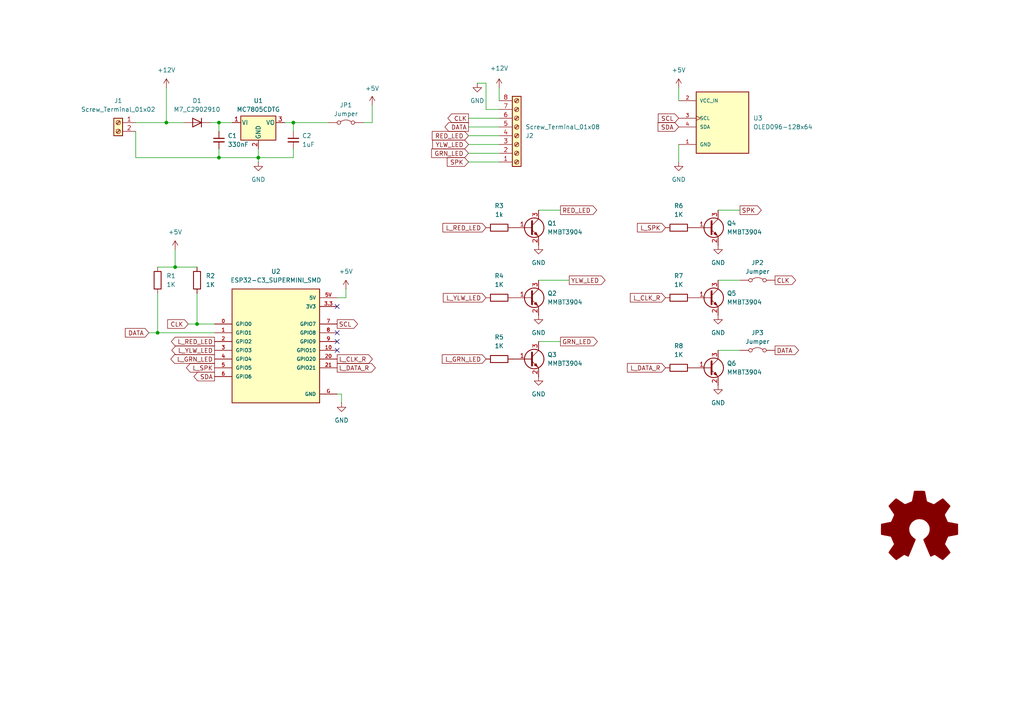
<source format=kicad_sch>
(kicad_sch (version 20250114) (generator "eeschema") (generator_version "9.0")
  (paper "A4")
  (title_block (title "Paxtogeddon reader pcb") (date "2025-03-12") (rev "1.2") (company "en4rab"))
  (lib_symbols
    (symbol "Connector:Screw_Terminal_01x02" (pin_names (offset 1.016) (hide yes))
      (property "Reference" "J" (at 0 2.54 0))
      (property "Value" "Screw_Terminal_01x02" (at 0 -5.08 0))
      (symbol "Screw_Terminal_01x02_1_1"
        (rectangle (start -1.27 1.27) (end 1.27 -3.81) (stroke (width 0.254)) (fill (type background)))
        (polyline (pts (xy -0.5334 0.3302) (xy 0.3302 -0.508)) (stroke (width 0.1524)))
        (polyline (pts (xy -0.5334 -2.2098) (xy 0.3302 -3.048)) (stroke (width 0.1524)))
        (polyline (pts (xy -0.3556 0.508) (xy 0.508 -0.3302)) (stroke (width 0.1524)))
        (polyline (pts (xy -0.3556 -2.032) (xy 0.508 -2.8702)) (stroke (width 0.1524)))
        (circle (center 0 0) (radius 0.635) (stroke (width 0.1524)))
        (circle (center 0 -2.54) (radius 0.635) (stroke (width 0.1524)))
        (pin passive line (at -5.08 0 0) (length 3.81) (name "Pin_1") (number "1"))
        (pin passive line (at -5.08 -2.54 0) (length 3.81) (name "Pin_2") (number "2"))
      )
    )
    (symbol "Connector:Screw_Terminal_01x08" (pin_names (offset 1.016) (hide yes))
      (property "Reference" "J" (at 0 10.16 0))
      (property "Value" "Screw_Terminal_01x08" (at 0 -12.7 0))
      (symbol "Screw_Terminal_01x08_1_1"
        (rectangle (start -1.27 8.89) (end 1.27 -11.43) (stroke (width 0.254)) (fill (type background)))
        (polyline (pts (xy -0.5334 7.9502) (xy 0.3302 7.112)) (stroke (width 0.1524)))
        (polyline (pts (xy -0.5334 5.4102) (xy 0.3302 4.572)) (stroke (width 0.1524)))
        (polyline (pts (xy -0.5334 2.8702) (xy 0.3302 2.032)) (stroke (width 0.1524)))
        (polyline (pts (xy -0.5334 0.3302) (xy 0.3302 -0.508)) (stroke (width 0.1524)))
        (polyline (pts (xy -0.5334 -2.2098) (xy 0.3302 -3.048)) (stroke (width 0.1524)))
        (polyline (pts (xy -0.5334 -4.7498) (xy 0.3302 -5.588)) (stroke (width 0.1524)))
        (polyline (pts (xy -0.5334 -7.2898) (xy 0.3302 -8.128)) (stroke (width 0.1524)))
        (polyline (pts (xy -0.5334 -9.8298) (xy 0.3302 -10.668)) (stroke (width 0.1524)))
        (polyline (pts (xy -0.3556 8.128) (xy 0.508 7.2898)) (stroke (width 0.1524)))
        (polyline (pts (xy -0.3556 5.588) (xy 0.508 4.7498)) (stroke (width 0.1524)))
        (polyline (pts (xy -0.3556 3.048) (xy 0.508 2.2098)) (stroke (width 0.1524)))
        (polyline (pts (xy -0.3556 0.508) (xy 0.508 -0.3302)) (stroke (width 0.1524)))
        (polyline (pts (xy -0.3556 -2.032) (xy 0.508 -2.8702)) (stroke (width 0.1524)))
        (polyline (pts (xy -0.3556 -4.572) (xy 0.508 -5.4102)) (stroke (width 0.1524)))
        (polyline (pts (xy -0.3556 -7.112) (xy 0.508 -7.9502)) (stroke (width 0.1524)))
        (polyline (pts (xy -0.3556 -9.652) (xy 0.508 -10.4902)) (stroke (width 0.1524)))
        (circle (center 0 7.62) (radius 0.635) (stroke (width 0.1524)))
        (circle (center 0 5.08) (radius 0.635) (stroke (width 0.1524)))
        (circle (center 0 2.54) (radius 0.635) (stroke (width 0.1524)))
        (circle (center 0 0) (radius 0.635) (stroke (width 0.1524)))
        (circle (center 0 -2.54) (radius 0.635) (stroke (width 0.1524)))
        (circle (center 0 -5.08) (radius 0.635) (stroke (width 0.1524)))
        (circle (center 0 -7.62) (radius 0.635) (stroke (width 0.1524)))
        (circle (center 0 -10.16) (radius 0.635) (stroke (width 0.1524)))
        (pin passive line (at -5.08 7.62 0) (length 3.81) (name "Pin_1") (number "1"))
        (pin passive line (at -5.08 5.08 0) (length 3.81) (name "Pin_2") (number "2"))
        (pin passive line (at -5.08 2.54 0) (length 3.81) (name "Pin_3") (number "3"))
        (pin passive line (at -5.08 0 0) (length 3.81) (name "Pin_4") (number "4"))
        (pin passive line (at -5.08 -2.54 0) (length 3.81) (name "Pin_5") (number "5"))
        (pin passive line (at -5.08 -5.08 0) (length 3.81) (name "Pin_6") (number "6"))
        (pin passive line (at -5.08 -7.62 0) (length 3.81) (name "Pin_7") (number "7"))
        (pin passive line (at -5.08 -10.16 0) (length 3.81) (name "Pin_8") (number "8"))
      )
    )
    (symbol "Device:C_Small" (pin_numbers (hide yes)) (pin_names (offset 0.254) (hide yes))
      (property "Reference" "C" (at 0.254 1.778 0))
      (property "Value" "C_Small" (at 0.254 -2.032 0))
      (symbol "C_Small_0_1"
        (polyline (pts (xy -1.524 0.508) (xy 1.524 0.508)) (stroke (width 0.3048)))
        (polyline (pts (xy -1.524 -0.508) (xy 1.524 -0.508)) (stroke (width 0.3302)))
      )
      (symbol "C_Small_1_1"
        (pin passive line (at 0 2.54 270) (length 2.032) (name "~") (number "1"))
        (pin passive line (at 0 -2.54 90) (length 2.032) (name "~") (number "2"))
      )
    )
    (symbol "Device:D" (pin_numbers (hide yes)) (pin_names (offset 1.016) (hide yes))
      (property "Reference" "D" (at 0 2.54 0))
      (property "Value" "D" (at 0 -2.54 0))
      (symbol "D_0_1"
        (polyline (pts (xy -1.27 1.27) (xy -1.27 -1.27)) (stroke (width 0.254)))
        (polyline (pts (xy 1.27 1.27) (xy 1.27 -1.27) (xy -1.27 0) (xy 1.27 1.27)) (stroke (width 0.254)))
        (polyline (pts (xy 1.27 0) (xy -1.27 0)))
      )
      (symbol "D_1_1"
        (pin passive line (at -3.81 0 0) (length 2.54) (name "K") (number "1"))
        (pin passive line (at 3.81 0 180) (length 2.54) (name "A") (number "2"))
      )
    )
    (symbol "Device:R" (pin_numbers (hide yes)) (pin_names (offset 0))
      (property "Reference" "R" (at 2.032 0 90))
      (property "Value" "R" (at 0 0 90))
      (symbol "R_0_1"
        (rectangle (start -1.016 -2.54) (end 1.016 2.54) (stroke (width 0.254)))
      )
      (symbol "R_1_1"
        (pin passive line (at 0 3.81 270) (length 1.27) (name "~") (number "1"))
        (pin passive line (at 0 -3.81 90) (length 1.27) (name "~") (number "2"))
      )
    )
    (symbol "ER-OLED096-I2C:ER-OLED096-I2C" (pin_names (offset 1.016))
      (property "Reference" "U" (at -7.62 10.922 0))
      (property "Value" "ER-OLED096-I2C" (at -7.62 -10.16 0))
      (symbol "ER-OLED096-I2C_0_0"
        (rectangle (start -7.62 10.16) (end 7.62 -7.62) (stroke (width 0.254)) (fill (type background)))
        (pin power_in line (at 12.7 7.62 180) (length 5.08) (name "VCC_IN") (number "2"))
        (pin input clock (at 12.7 2.54 180) (length 5.08) (name "SCL") (number "3"))
        (pin bidirectional line (at 12.7 0 180) (length 5.08) (name "SDA") (number "4"))
        (pin power_in line (at 12.7 -5.08 180) (length 5.08) (name "GND") (number "1"))
      )
      (symbol "ER-OLED096-I2C_1_1"
        (pin no_connect line (at -7.62 7.62 180) (length 2.54) (hide yes) (name "S1") (number "S1"))
        (pin no_connect line (at -7.62 6.35 180) (length 2.54) (hide yes) (name "S2") (number "S2"))
        (pin no_connect line (at -7.62 5.08 180) (length 2.54) (hide yes) (name "S3") (number "S3"))
        (pin no_connect line (at -7.62 3.81 180) (length 2.54) (hide yes) (name "S4") (number "S4"))
      )
    )
    (symbol "ESP32-C3_SUPERMINI_SMD:ESP32-C3_SUPERMINI_SMD" (pin_names (offset 1.016))
      (property "Reference" "U" (at -12.7 16.002 0))
      (property "Value" "ESP32-C3_SUPERMINI_SMD" (at -12.7 -20.32 0))
      (symbol "ESP32-C3_SUPERMINI_SMD_0_0"
        (rectangle (start -12.7 -17.78) (end 12.7 15.24) (stroke (width 0.254)) (fill (type background)))
        (pin bidirectional line (at -17.78 5.08 0) (length 5.08) (name "GPIO0") (number "0"))
        (pin bidirectional line (at -17.78 2.54 0) (length 5.08) (name "GPIO1") (number "1"))
        (pin bidirectional line (at -17.78 0 0) (length 5.08) (name "GPIO2") (number "2"))
        (pin bidirectional line (at -17.78 -2.54 0) (length 5.08) (name "GPIO3") (number "3"))
        (pin bidirectional line (at -17.78 -5.08 0) (length 5.08) (name "GPIO4") (number "4"))
        (pin bidirectional line (at -17.78 -7.62 0) (length 5.08) (name "GPIO5") (number "5"))
        (pin bidirectional line (at -17.78 -10.16 0) (length 5.08) (name "GPIO6") (number "6"))
        (pin power_in line (at 17.78 12.7 180) (length 5.08) (name "5V") (number "5V"))
        (pin power_in line (at 17.78 10.16 180) (length 5.08) (name "3V3") (number "3.3"))
        (pin bidirectional line (at 17.78 5.08 180) (length 5.08) (name "GPIO7") (number "7"))
        (pin bidirectional line (at 17.78 2.54 180) (length 5.08) (name "GPIO8") (number "8"))
        (pin bidirectional line (at 17.78 0 180) (length 5.08) (name "GPIO9") (number "9"))
        (pin bidirectional line (at 17.78 -2.54 180) (length 5.08) (name "GPIO10") (number "10"))
        (pin bidirectional line (at 17.78 -5.08 180) (length 5.08) (name "GPIO20") (number "20"))
        (pin bidirectional line (at 17.78 -7.62 180) (length 5.08) (name "GPIO21") (number "21"))
        (pin power_in line (at 17.78 -15.24 180) (length 5.08) (name "GND") (number "G"))
      )
    )
    (symbol "Graphic:Logo_Open_Hardware_Large" (in_bom no) (on_board no)
      (symbol "Logo_Open_Hardware_Large_1_1"
        (polyline (pts (xy 6.731 -8.7122) (xy 6.6294 -8.6614) (xy 6.35 -8.4836) (xy 5.9944 -8.255) (xy 5.5372 -7.9502) (xy 5.1054 -7.6454) (xy 4.7498 -7.4168) (xy 4.4958 -7.239) (xy 4.3942 -7.1882) (xy 4.318 -7.2136) (xy 4.1148 -7.3152) (xy 3.81 -7.4676) (xy 3.6322 -7.5692) (xy 3.3528 -7.6708) (xy 3.2258 -7.6962) (xy 3.2004 -7.6708) (xy 3.0988 -7.4676) (xy 2.9464 -7.0866) (xy 2.7178 -6.604) (xy 2.4892 -6.0452) (xy 2.2352 -5.4356) (xy 1.9558 -4.826) (xy 1.7272 -4.2164) (xy 1.4986 -3.683) (xy 1.3208 -3.2512) (xy 1.2192 -2.9464) (xy 1.1684 -2.8194) (xy 1.1938 -2.794) (xy 1.3208 -2.667) (xy 1.5748 -2.4892) (xy 2.0828 -2.0574) (xy 2.6162 -1.397) (xy 2.921 -0.6604) (xy 3.048 0.1524) (xy 2.9464 0.9144) (xy 2.6416 1.6256) (xy 2.1336 2.286) (xy 1.524 2.7686) (xy 0.8128 3.0734) (xy 0 3.175) (xy -0.762 3.0988) (xy -1.4986 2.794) (xy -2.159 2.286) (xy -2.4384 1.9812) (xy -2.8194 1.3208) (xy -3.048 0.6096) (xy -3.0734 0.4318) (xy -3.0226 -0.3556) (xy -2.794 -1.0922) (xy -2.3876 -1.7526) (xy -1.8288 -2.3114) (xy -1.7526 -2.3622) (xy -1.4732 -2.5654) (xy -1.2954 -2.6924) (xy -1.1684 -2.8194) (xy -2.159 -5.207) (xy -2.3114 -5.588) (xy -2.5908 -6.2484) (xy -2.8194 -6.8072) (xy -3.0226 -7.2644) (xy -3.1496 -7.5692) (xy -3.2258 -7.6708) (xy -3.2258 -7.6962) (xy -3.302 -7.6962) (xy -3.4798 -7.6454) (xy -3.8354 -7.4676) (xy -4.0386 -7.366) (xy -4.2926 -7.239) (xy -4.4196 -7.1882) (xy -4.5212 -7.239) (xy -4.7498 -7.3914) (xy -5.1054 -7.6454) (xy -5.5372 -7.9248) (xy -5.9436 -8.2042) (xy -6.3246 -8.4582) (xy -6.604 -8.636) (xy -6.731 -8.7122) (xy -6.7564 -8.7122) (xy -6.858 -8.636) (xy -7.0866 -8.4582) (xy -7.4168 -8.1534) (xy -7.874 -7.6962) (xy -7.9502 -7.62) (xy -8.3312 -7.239) (xy -8.636 -6.9088) (xy -8.8392 -6.6802) (xy -8.9154 -6.5786) (xy -8.9154 -6.5786) (xy -8.8392 -6.4516) (xy -8.6614 -6.1722) (xy -8.4328 -5.7912) (xy -8.128 -5.3594) (xy -7.3152 -4.191) (xy -7.7724 -3.0988) (xy -7.8994 -2.7686) (xy -8.0772 -2.3622) (xy -8.2042 -2.0828) (xy -8.255 -1.9558) (xy -8.382 -1.905) (xy -8.6614 -1.8542) (xy -9.0932 -1.7526) (xy -9.6266 -1.651) (xy -10.1092 -1.5748) (xy -10.541 -1.4732) (xy -10.8712 -1.4224) (xy -11.0236 -1.397) (xy -11.049 -1.3716) (xy -11.0744 -1.2954) (xy -11.0998 -1.143) (xy -11.0998 -0.889) (xy -11.1252 -0.4572) (xy -11.1252 0.1524) (xy -11.1252 0.2286) (xy -11.0998 0.8128) (xy -11.0998 1.27) (xy -11.0744 1.5494) (xy -11.0744 1.6764) (xy -11.0744 1.6764) (xy -10.922 1.7018) (xy -10.6172 1.778) (xy -10.16 1.8542) (xy -9.652 1.9558) (xy -9.6012 1.9812) (xy -9.0932 2.0828) (xy -8.636 2.159) (xy -8.3312 2.2352) (xy -8.2042 2.286) (xy -8.1788 2.3114) (xy -8.0772 2.5146) (xy -7.9248 2.8448) (xy -7.747 3.2512) (xy -7.5692 3.6576) (xy -7.4168 4.0386) (xy -7.3152 4.318) (xy -7.2898 4.445) (xy -7.2898 4.445) (xy -7.366 4.572) (xy -7.5438 4.826) (xy -7.7978 5.207) (xy -8.128 5.6642) (xy -8.128 5.6896) (xy -8.4328 6.1468) (xy -8.6868 6.5278) (xy -8.8392 6.7818) (xy -8.9154 6.9088) (xy -8.9154 6.9088) (xy -8.8138 7.0358) (xy -8.5852 7.2898) (xy -8.255 7.6454) (xy -7.874 8.0264) (xy -7.747 8.1534) (xy -7.3152 8.5852) (xy -7.0104 8.8646) (xy -6.8326 8.9916) (xy -6.731 9.0424) (xy -6.731 9.0424) (xy -6.604 8.9408) (xy -6.3246 8.763) (xy -5.9436 8.509) (xy -5.4864 8.2042) (xy -5.461 8.1788) (xy -5.0038 7.874) (xy -4.6482 7.62) (xy -4.3688 7.4422) (xy -4.2672 7.3914) (xy -4.2418 7.3914) (xy -4.064 7.4422) (xy -3.7338 7.5438) (xy -3.3528 7.6962) (xy -2.9464 7.874) (xy -2.5654 8.0264) (xy -2.286 8.1534) (xy -2.159 8.2296) (xy -2.159 8.2296) (xy -2.1082 8.382) (xy -2.032 8.7122) (xy -1.9304 9.1694) (xy -1.8288 9.7282) (xy -1.8034 9.8044) (xy -1.7018 10.3378) (xy -1.6256 10.7696) (xy -1.5748 11.0744) (xy -1.524 11.2014) (xy -1.4478 11.2268) (xy -1.1938 11.2522) (xy -0.8128 11.2522) (xy -0.3302 11.2522) (xy 0.1524 11.2522) (xy 0.6604 11.2522) (xy 1.0668 11.2268) (xy 1.3716 11.2014) (xy 1.4986 11.176) (xy 1.4986 11.176) (xy 1.5494 11.0236) (xy 1.6256 10.6934) (xy 1.7018 10.2108) (xy 1.8288 9.6774) (xy 1.8288 9.5758) (xy 1.9304 9.0424) (xy 2.032 8.6106) (xy 2.0828 8.3058) (xy 2.1336 8.2042) (xy 2.159 8.1788) (xy 2.3876 8.0772) (xy 2.7432 7.9248) (xy 3.175 7.747) (xy 4.191 7.3406) (xy 5.461 8.2042) (xy 5.5626 8.2804) (xy 6.0198 8.5852) (xy 6.3754 8.8392) (xy 6.6294 8.9916) (xy 6.7564 9.0424) (xy 6.7564 9.0424) (xy 6.8834 8.9408) (xy 7.1374 8.7122) (xy 7.4676 8.382) (xy 7.8486 7.9756) (xy 8.1534 7.6962) (xy 8.4836 7.3406) (xy 8.7122 7.112) (xy 8.8392 6.9596) (xy 8.8646 6.858) (xy 8.8646 6.8072) (xy 8.7884 6.6802) (xy 8.6106 6.4008) (xy 8.3312 6.0198) (xy 8.0264 5.588) (xy 7.7978 5.207) (xy 7.5184 4.8006) (xy 7.3406 4.4958) (xy 7.2898 4.3434) (xy 7.2898 4.2926) (xy 7.3914 4.0386) (xy 7.5184 3.683) (xy 7.7216 3.2258) (xy 8.1534 2.2352) (xy 8.7884 2.1082) (xy 9.1948 2.0574) (xy 9.7536 1.9304) (xy 10.2616 1.8288) (xy 11.0998 1.6764) (xy 11.1252 -1.3208) (xy 10.9982 -1.3716) (xy 10.8712 -1.397) (xy 10.5664 -1.4732) (xy 10.1346 -1.5494) (xy 9.6266 -1.651) (xy 9.1948 -1.7272) (xy 8.7376 -1.8288) (xy 8.4328 -1.8796) (xy 8.2804 -1.905) (xy 8.255 -1.9558) (xy 8.1534 -2.159) (xy 7.9756 -2.5146) (xy 7.8232 -2.921) (xy 7.6454 -3.3274) (xy 7.493 -3.7338) (xy 7.366 -4.0132) (xy 7.3406 -4.191) (xy 7.3914 -4.2926) (xy 7.5692 -4.5466) (xy 7.7978 -4.9276) (xy 8.1026 -5.3594) (xy 8.4074 -5.7912) (xy 8.6614 -6.1722) (xy 8.8138 -6.4262) (xy 8.89 -6.5532) (xy 8.8646 -6.6548) (xy 8.6868 -6.858) (xy 8.3566 -7.1882) (xy 7.874 -7.6708) (xy 7.7978 -7.747) (xy 7.3914 -8.128) (xy 7.0612 -8.4328) (xy 6.8326 -8.636) (xy 6.731 -8.7122)) (fill (type outline)))
      )
    )
    (symbol "Jumper:Jumper_2_Bridged" (pin_numbers (hide yes)) (pin_names (offset 0) (hide yes)) (exclude_from_sim yes)
      (property "Reference" "JP" (at 0 1.905 0))
      (property "Value" "Jumper_2_Bridged" (at 0 -2.54 0))
      (symbol "Jumper_2_Bridged_0_0"
        (circle (center -2.032 0) (radius 0.508))
        (circle (center 2.032 0) (radius 0.508))
      )
      (symbol "Jumper_2_Bridged_0_1"
        (arc (start -1.524 0.254) (mid 0 0.762) (end 1.524 0.254))
      )
      (symbol "Jumper_2_Bridged_1_1"
        (pin passive line (at -5.08 0 0) (length 2.54) (name "A") (number "1"))
        (pin passive line (at 5.08 0 180) (length 2.54) (name "B") (number "2"))
      )
    )
    (symbol "Regulator_Linear:LM7805_TO220" (pin_names (offset 0.254))
      (property "Reference" "U" (at -3.81 3.175 0))
      (property "Value" "LM7805_TO220" (at 0 3.175 0))
      (symbol "LM7805_TO220_0_1"
        (rectangle (start -5.08 1.905) (end 5.08 -5.08) (stroke (width 0.254)) (fill (type background)))
      )
      (symbol "LM7805_TO220_1_1"
        (pin power_in line (at -7.62 0 0) (length 2.54) (name "VI") (number "1"))
        (pin power_in line (at 0 -7.62 90) (length 2.54) (name "GND") (number "2"))
        (pin power_out line (at 7.62 0 180) (length 2.54) (name "VO") (number "3"))
      )
    )
    (symbol "Transistor_BJT:MMBT3904" (pin_names (offset 0) (hide yes))
      (property "Reference" "Q" (at 5.08 1.905 0))
      (property "Value" "MMBT3904" (at 5.08 0 0))
      (symbol "MMBT3904_0_1"
        (polyline (pts (xy 0.635 1.905) (xy 0.635 -1.905) (xy 0.635 -1.905)) (stroke (width 0.508)))
        (polyline (pts (xy 0.635 0.635) (xy 2.54 2.54)))
        (polyline (pts (xy 0.635 -0.635) (xy 2.54 -2.54) (xy 2.54 -2.54)))
        (circle (center 1.27 0) (radius 2.8194) (stroke (width 0.254)))
        (polyline (pts (xy 1.27 -1.778) (xy 1.778 -1.27) (xy 2.286 -2.286) (xy 1.27 -1.778) (xy 1.27 -1.778)) (fill (type outline)))
      )
      (symbol "MMBT3904_1_1"
        (pin input line (at -5.08 0 0) (length 5.715) (name "B") (number "1"))
        (pin passive line (at 2.54 5.08 270) (length 2.54) (name "C") (number "3"))
        (pin passive line (at 2.54 -5.08 90) (length 2.54) (name "E") (number "2"))
      )
    )
    (symbol "power:+12V" (power) (pin_numbers (hide yes)) (pin_names (offset 0) (hide yes))
      (property "Value" "+12V" (at 0 3.556 0))
      (symbol "+12V_0_1"
        (polyline (pts (xy -0.762 1.27) (xy 0 2.54)))
        (polyline (pts (xy 0 2.54) (xy 0.762 1.27)))
        (polyline (pts (xy 0 0) (xy 0 2.54)))
      )
      (symbol "+12V_1_1"
        (pin power_in line (at 0 0 90) (length 0) (name "~") (number "1"))
      )
    )
    (symbol "power:+5V" (power) (pin_numbers (hide yes)) (pin_names (offset 0) (hide yes))
      (property "Value" "+5V" (at 0 3.556 0))
      (symbol "+5V_0_1"
        (polyline (pts (xy -0.762 1.27) (xy 0 2.54)))
        (polyline (pts (xy 0 2.54) (xy 0.762 1.27)))
        (polyline (pts (xy 0 0) (xy 0 2.54)))
      )
      (symbol "+5V_1_1"
        (pin power_in line (at 0 0 90) (length 0) (name "~") (number "1"))
      )
    )
    (symbol "power:GND" (power) (pin_numbers (hide yes)) (pin_names (offset 0) (hide yes))
      (property "Value" "GND" (at 0 -3.81 0))
      (symbol "GND_0_1"
        (polyline (pts (xy 0 0) (xy 0 -1.27) (xy 1.27 -1.27) (xy 0 -2.54) (xy -1.27 -1.27) (xy 0 -1.27)))
      )
      (symbol "GND_1_1"
        (pin power_in line (at 0 0 270) (length 0) (name "~") (number "1"))
      )
    )
  )
  (junction (at 57.15 93.98))
  (junction (at 48.26 35.56))
  (junction (at 74.93 45.72))
  (junction (at 50.8 77.47))
  (junction (at 85.09 35.56))
  (junction (at 63.5 35.56))
  (junction (at 45.72 96.52))
  (junction (at 63.5 45.72))
  (no_connect (at 97.79 88.9))
  (no_connect (at 97.79 99.06))
  (no_connect (at 97.79 101.6))
  (no_connect (at 97.79 96.52))
  (wire (pts (xy 74.93 45.72) (xy 85.09 45.72)))
  (wire (pts (xy 45.72 96.52) (xy 62.23 96.52)))
  (wire (pts (xy 63.5 45.72) (xy 74.93 45.72)))
  (wire (pts (xy 100.33 83.82) (xy 100.33 86.36)))
  (wire (pts (xy 74.93 45.72) (xy 74.93 43.18)))
  (wire (pts (xy 85.09 43.18) (xy 85.09 45.72)))
  (wire (pts (xy 135.89 36.83) (xy 144.78 36.83)))
  (wire (pts (xy 162.56 99.06) (xy 156.21 99.06)))
  (wire (pts (xy 107.95 35.56) (xy 107.95 30.48)))
  (wire (pts (xy 43.18 96.52) (xy 45.72 96.52)))
  (wire (pts (xy 135.89 46.99) (xy 144.78 46.99)))
  (wire (pts (xy 57.15 93.98) (xy 62.23 93.98)))
  (wire (pts (xy 45.72 85.09) (xy 45.72 96.52)))
  (wire (pts (xy 196.85 25.4) (xy 196.85 29.21)))
  (wire (pts (xy 214.63 60.96) (xy 208.28 60.96)))
  (wire (pts (xy 135.89 44.45) (xy 144.78 44.45)))
  (wire (pts (xy 138.43 24.13) (xy 140.97 24.13)))
  (wire (pts (xy 162.56 60.96) (xy 156.21 60.96)))
  (wire (pts (xy 135.89 34.29) (xy 144.78 34.29)))
  (wire (pts (xy 57.15 85.09) (xy 57.15 93.98)))
  (wire (pts (xy 140.97 31.75) (xy 140.97 24.13)))
  (wire (pts (xy 48.26 35.56) (xy 53.34 35.56)))
  (wire (pts (xy 74.93 46.99) (xy 74.93 45.72)))
  (wire (pts (xy 99.06 114.3) (xy 99.06 116.84)))
  (wire (pts (xy 85.09 38.1) (xy 85.09 35.56)))
  (wire (pts (xy 105.41 35.56) (xy 107.95 35.56)))
  (wire (pts (xy 135.89 41.91) (xy 144.78 41.91)))
  (wire (pts (xy 63.5 38.1) (xy 63.5 35.56)))
  (wire (pts (xy 135.89 39.37) (xy 144.78 39.37)))
  (wire (pts (xy 50.8 77.47) (xy 57.15 77.47)))
  (wire (pts (xy 60.96 35.56) (xy 63.5 35.56)))
  (wire (pts (xy 82.55 35.56) (xy 85.09 35.56)))
  (wire (pts (xy 48.26 25.4) (xy 48.26 35.56)))
  (wire (pts (xy 39.37 38.1) (xy 39.37 45.72)))
  (wire (pts (xy 63.5 35.56) (xy 67.31 35.56)))
  (wire (pts (xy 45.72 77.47) (xy 50.8 77.47)))
  (wire (pts (xy 214.63 81.28) (xy 208.28 81.28)))
  (wire (pts (xy 214.63 101.6) (xy 208.28 101.6)))
  (wire (pts (xy 54.61 93.98) (xy 57.15 93.98)))
  (wire (pts (xy 97.79 86.36) (xy 100.33 86.36)))
  (wire (pts (xy 97.79 114.3) (xy 99.06 114.3)))
  (wire (pts (xy 85.09 35.56) (xy 95.25 35.56)))
  (wire (pts (xy 39.37 35.56) (xy 48.26 35.56)))
  (wire (pts (xy 50.8 72.39) (xy 50.8 77.47)))
  (wire (pts (xy 144.78 25.4) (xy 144.78 29.21)))
  (wire (pts (xy 63.5 43.18) (xy 63.5 45.72)))
  (wire (pts (xy 165.1 81.28) (xy 156.21 81.28)))
  (wire (pts (xy 39.37 45.72) (xy 63.5 45.72)))
  (wire (pts (xy 196.85 46.99) (xy 196.85 41.91)))
  (wire (pts (xy 144.78 31.75) (xy 140.97 31.75)))
  (global_label "CLK" (shape output) (at 135.89 34.29 180) (property "Intersheetrefs" "${INTERSHEET_REFS}" (effects (hide yes))))
  (global_label "CLK" (shape output) (at 224.79 81.28 0) (property "Intersheetrefs" "${INTERSHEET_REFS}" (effects (hide yes))))
  (global_label "L_CLK_R" (shape input) (at 193.04 86.36 180) (property "Intersheetrefs" "${INTERSHEET_REFS}" (effects (hide yes))))
  (global_label "L_GRN_LED" (shape input) (at 140.97 104.14 180) (property "Intersheetrefs" "${INTERSHEET_REFS}" (effects (hide yes))))
  (global_label "SPK" (shape output) (at 214.63 60.96 0) (property "Intersheetrefs" "${INTERSHEET_REFS}" (effects (hide yes))))
  (global_label "L_YLW_LED" (shape input) (at 140.97 86.36 180) (property "Intersheetrefs" "${INTERSHEET_REFS}" (effects (hide yes))))
  (global_label "SCL" (shape output) (at 97.79 93.98 0) (property "Intersheetrefs" "${INTERSHEET_REFS}" (effects (hide yes))))
  (global_label "GRN_LED" (shape input) (at 135.89 44.45 180) (property "Intersheetrefs" "${INTERSHEET_REFS}" (effects (hide yes))))
  (global_label "GRN_LED" (shape output) (at 162.56 99.06 0) (property "Intersheetrefs" "${INTERSHEET_REFS}" (effects (hide yes))))
  (global_label "SPK" (shape input) (at 135.89 46.99 180) (property "Intersheetrefs" "${INTERSHEET_REFS}" (effects (hide yes))))
  (global_label "RED_LED" (shape output) (at 162.56 60.96 0) (property "Intersheetrefs" "${INTERSHEET_REFS}" (effects (hide yes))))
  (global_label "RED_LED" (shape input) (at 135.89 39.37 180) (property "Intersheetrefs" "${INTERSHEET_REFS}" (effects (hide yes))))
  (global_label "YLW_LED" (shape output) (at 165.1 81.28 0) (property "Intersheetrefs" "${INTERSHEET_REFS}" (effects (hide yes))))
  (global_label "SDA" (shape input) (at 196.85 36.83 180) (property "Intersheetrefs" "${INTERSHEET_REFS}" (effects (hide yes))))
  (global_label "L_SPK" (shape input) (at 193.04 66.04 180) (property "Intersheetrefs" "${INTERSHEET_REFS}" (effects (hide yes))))
  (global_label "SDA" (shape output) (at 62.23 109.22 180) (property "Intersheetrefs" "${INTERSHEET_REFS}" (effects (hide yes))))
  (global_label "DATA" (shape output) (at 224.79 101.6 0) (property "Intersheetrefs" "${INTERSHEET_REFS}" (effects (hide yes))))
  (global_label "DATA" (shape input) (at 43.18 96.52 180) (property "Intersheetrefs" "${INTERSHEET_REFS}" (effects (hide yes))))
  (global_label "L_RED_LED" (shape output) (at 62.23 99.06 180) (property "Intersheetrefs" "${INTERSHEET_REFS}" (effects (hide yes))))
  (global_label "L_SPK" (shape output) (at 62.23 106.68 180) (property "Intersheetrefs" "${INTERSHEET_REFS}" (effects (hide yes))))
  (global_label "L_DATA_R" (shape input) (at 193.04 106.68 180) (property "Intersheetrefs" "${INTERSHEET_REFS}" (effects (hide yes))))
  (global_label "CLK" (shape input) (at 54.61 93.98 180) (property "Intersheetrefs" "${INTERSHEET_REFS}" (effects (hide yes))))
  (global_label "L_RED_LED" (shape input) (at 140.97 66.04 180) (property "Intersheetrefs" "${INTERSHEET_REFS}" (effects (hide yes))))
  (global_label "SCL" (shape input) (at 196.85 34.29 180) (property "Intersheetrefs" "${INTERSHEET_REFS}" (effects (hide yes))))
  (global_label "L_CLK_R" (shape output) (at 97.79 104.14 0) (property "Intersheetrefs" "${INTERSHEET_REFS}" (effects (hide yes))))
  (global_label "L_DATA_R" (shape output) (at 97.79 106.68 0) (property "Intersheetrefs" "${INTERSHEET_REFS}" (effects (hide yes))))
  (global_label "L_GRN_LED" (shape output) (at 62.23 104.14 180) (property "Intersheetrefs" "${INTERSHEET_REFS}" (effects (hide yes))))
  (global_label "DATA" (shape output) (at 135.89 36.83 180) (property "Intersheetrefs" "${INTERSHEET_REFS}" (effects (hide yes))))
  (global_label "L_YLW_LED" (shape output) (at 62.23 101.6 180) (property "Intersheetrefs" "${INTERSHEET_REFS}" (effects (hide yes))))
  (global_label "YLW_LED" (shape input) (at 135.89 41.91 180) (property "Intersheetrefs" "${INTERSHEET_REFS}" (effects (hide yes))))
  (symbol (lib_id "power:GND") (at 156.21 109.22 0) (unit 1)
    (property "Reference" "#PWR011" (effects (hide yes)))
    (property "Value" "GND" (at 156.21 114.3 0))
    (property "Description" "Power symbol creates a global label with name \"GND\" , ground" (effects (hide yes)))
  )
  (symbol (lib_id "Device:R") (at 45.72 81.28 0) (unit 1)
    (property "Reference" "R1" (at 48.26 80.0099 0) (effects (justify left)))
    (property "Value" "1K" (at 48.26 82.5499 0) (effects (justify left)))
    (property "Footprint" "Resistor_SMD:R_0805_2012Metric" (effects (hide yes)))
    (property "Description" "Resistor" (effects (hide yes)))
  )
  (symbol (lib_id "Graphic:Logo_Open_Hardware_Large") (at 266.7 153.67 0) (unit 1) (in_bom no) (on_board no)
    (property "Reference" "#SYM1" (effects (hide yes)))
    (property "Value" "Logo_Open_Hardware_Large" (effects (hide yes)))
    (property "Description" "Open Hardware logo, large" (effects (hide yes)))
  )
  (symbol (lib_id "Jumper:Jumper_2_Bridged") (at 219.71 81.28 0) (unit 1) (exclude_from_sim yes)
    (property "Reference" "JP2" (at 219.71 76.2 0))
    (property "Value" "Jumper" (at 219.71 78.74 0))
    (property "Footprint" "Connector_PinHeader_2.54mm:PinHeader_2x01_P2.54mm_Vertical" (effects (hide yes)))
    (property "Description" "Jumper, 2-pole, closed/bridged" (effects (hide yes)))
  )
  (symbol (lib_id "power:GND") (at 196.85 46.99 0) (unit 1)
    (property "Reference" "#PWR013" (effects (hide yes)))
    (property "Value" "GND" (at 196.85 52.07 0))
    (property "Description" "Power symbol creates a global label with name \"GND\" , ground" (effects (hide yes)))
  )
  (symbol (lib_id "Device:R") (at 144.78 104.14 90) (unit 1)
    (property "Reference" "R5" (at 144.78 97.79 90))
    (property "Value" "1K" (at 144.78 100.33 90))
    (property "Footprint" "Resistor_SMD:R_0805_2012Metric" (effects (hide yes)))
    (property "Description" "Resistor" (effects (hide yes)))
  )
  (symbol (lib_id "Device:R") (at 196.85 106.68 90) (unit 1)
    (property "Reference" "R8" (at 196.85 100.33 90))
    (property "Value" "1K" (at 196.85 102.87 90))
    (property "Footprint" "Resistor_SMD:R_0805_2012Metric" (effects (hide yes)))
    (property "Description" "Resistor" (effects (hide yes)))
  )
  (symbol (lib_id "Jumper:Jumper_2_Bridged") (at 100.33 35.56 0) (unit 1) (exclude_from_sim yes)
    (property "Reference" "JP1" (at 100.33 30.48 0))
    (property "Value" "Jumper" (at 100.33 33.02 0))
    (property "Footprint" "Connector_PinHeader_2.54mm:PinHeader_2x01_P2.54mm_Vertical" (effects (hide yes)))
    (property "Description" "Jumper, 2-pole, closed/bridged" (effects (hide yes)))
  )
  (symbol (lib_id "Device:R") (at 144.78 66.04 90) (unit 1)
    (property "Reference" "R3" (at 144.78 59.69 90))
    (property "Value" "1k" (at 144.78 62.23 90))
    (property "Footprint" "Resistor_SMD:R_0805_2012Metric" (effects (hide yes)))
    (property "Description" "Resistor" (effects (hide yes)))
  )
  (symbol (lib_id "power:GND") (at 138.43 24.13 0) (unit 1)
    (property "Reference" "#PWR07" (effects (hide yes)))
    (property "Value" "GND" (at 138.43 29.21 0))
    (property "Description" "Power symbol creates a global label with name \"GND\" , ground" (effects (hide yes)))
  )
  (symbol (lib_id "power:+5V") (at 50.8 72.39 0) (unit 1)
    (property "Reference" "#PWR01" (effects (hide yes)))
    (property "Value" "+5V" (at 50.8 67.31 0))
    (property "Description" "Power symbol creates a global label with name \"+5V\"" (effects (hide yes)))
  )
  (symbol (lib_id "power:+12V") (at 48.26 25.4 0) (unit 1)
    (property "Reference" "#PWR02" (effects (hide yes)))
    (property "Value" "+12V" (at 48.26 20.32 0))
    (property "Description" "Power symbol creates a global label with name \"+12V\"" (effects (hide yes)))
  )
  (symbol (lib_id "Transistor_BJT:MMBT3904") (at 205.74 106.68 0) (unit 1)
    (property "Reference" "Q6" (at 210.82 105.4099 0) (effects (justify left)))
    (property "Value" "MMBT3904" (at 210.82 107.9499 0) (effects (justify left)))
    (property "Footprint" "Package_TO_SOT_SMD:SOT-23" (effects (hide yes)))
    (property "Datasheet" "https://www.onsemi.com/pdf/datasheet/pzt3904-d.pdf" (effects (hide yes)))
    (property "Description" "0.2A Ic, 40V Vce, Small Signal NPN Transistor, SOT-23" (effects (hide yes)))
  )
  (symbol (lib_id "Transistor_BJT:MMBT3904") (at 205.74 66.04 0) (unit 1)
    (property "Reference" "Q4" (at 210.82 64.7699 0) (effects (justify left)))
    (property "Value" "MMBT3904" (at 210.82 67.3099 0) (effects (justify left)))
    (property "Footprint" "Package_TO_SOT_SMD:SOT-23" (effects (hide yes)))
    (property "Datasheet" "https://www.onsemi.com/pdf/datasheet/pzt3904-d.pdf" (effects (hide yes)))
    (property "Description" "0.2A Ic, 40V Vce, Small Signal NPN Transistor, SOT-23" (effects (hide yes)))
  )
  (symbol (lib_id "Transistor_BJT:MMBT3904") (at 205.74 86.36 0) (unit 1)
    (property "Reference" "Q5" (at 210.82 85.0899 0) (effects (justify left)))
    (property "Value" "MMBT3904" (at 210.82 87.6299 0) (effects (justify left)))
    (property "Footprint" "Package_TO_SOT_SMD:SOT-23" (effects (hide yes)))
    (property "Datasheet" "https://www.onsemi.com/pdf/datasheet/pzt3904-d.pdf" (effects (hide yes)))
    (property "Description" "0.2A Ic, 40V Vce, Small Signal NPN Transistor, SOT-23" (effects (hide yes)))
  )
  (symbol (lib_id "power:+5V") (at 107.95 30.48 0) (unit 1)
    (property "Reference" "#PWR06" (effects (hide yes)))
    (property "Value" "+5V" (at 107.95 25.654 0))
    (property "Description" "Power symbol creates a global label with name \"+5V\"" (effects (hide yes)))
  )
  (symbol (lib_id "Connector:Screw_Terminal_01x08") (at 149.86 39.37 0) (mirror x) (unit 1)
    (property "Reference" "J2" (at 152.4 39.3701 0) (effects (justify left)))
    (property "Value" "Screw_Terminal_01x08" (at 152.4 36.8301 0) (effects (justify left)))
    (property "Footprint" "TerminalBlock_Altech:Altech_AK100_1x08_P5.00mm" (effects (hide yes)))
    (property "Description" "Generic screw terminal, single row, 01x08, script generated (kicad-library-utils/schlib/autogen/connector/)" (effects (hide yes)))
  )
  (symbol (lib_id "Device:C_Small") (at 85.09 40.64 0) (unit 1)
    (property "Reference" "C2" (at 87.63 39.3762 0) (effects (justify left)))
    (property "Value" "1uF" (at 87.63 41.9162 0) (effects (justify left)))
    (property "Footprint" "Capacitor_SMD:C_0805_2012Metric_Pad1.18x1.45mm_HandSolder" (effects (hide yes)))
    (property "Description" "Unpolarized capacitor, small symbol" (effects (hide yes)))
  )
  (symbol (lib_id "Device:R") (at 144.78 86.36 90) (unit 1)
    (property "Reference" "R4" (at 144.78 80.01 90))
    (property "Value" "1K" (at 144.78 82.55 90))
    (property "Footprint" "Resistor_SMD:R_0805_2012Metric" (effects (hide yes)))
    (property "Description" "Resistor" (effects (hide yes)))
  )
  (symbol (lib_id "Device:R") (at 196.85 66.04 90) (unit 1)
    (property "Reference" "R6" (at 196.85 59.69 90))
    (property "Value" "1K" (at 196.85 62.23 90))
    (property "Footprint" "Resistor_SMD:R_0805_2012Metric" (effects (hide yes)))
    (property "Description" "Resistor" (effects (hide yes)))
  )
  (symbol (lib_id "power:+5V") (at 196.85 25.4 0) (unit 1)
    (property "Reference" "#PWR012" (effects (hide yes)))
    (property "Value" "+5V" (at 196.85 20.32 0))
    (property "Description" "Power symbol creates a global label with name \"+5V\"" (effects (hide yes)))
  )
  (symbol (lib_id "Device:R") (at 57.15 81.28 0) (unit 1)
    (property "Reference" "R2" (at 59.69 80.0099 0) (effects (justify left)))
    (property "Value" "1K" (at 59.69 82.5499 0) (effects (justify left)))
    (property "Footprint" "Resistor_SMD:R_0805_2012Metric" (effects (hide yes)))
    (property "Description" "Resistor" (effects (hide yes)))
  )
  (symbol (lib_id "Jumper:Jumper_2_Bridged") (at 219.71 101.6 0) (unit 1) (exclude_from_sim yes)
    (property "Reference" "JP3" (at 219.71 96.52 0))
    (property "Value" "Jumper" (at 219.71 99.06 0))
    (property "Footprint" "Connector_PinHeader_2.54mm:PinHeader_2x01_P2.54mm_Vertical" (effects (hide yes)))
    (property "Description" "Jumper, 2-pole, closed/bridged" (effects (hide yes)))
  )
  (symbol (lib_id "power:GND") (at 208.28 71.12 0) (unit 1)
    (property "Reference" "#PWR014" (effects (hide yes)))
    (property "Value" "GND" (at 208.28 76.2 0))
    (property "Description" "Power symbol creates a global label with name \"GND\" , ground" (effects (hide yes)))
  )
  (symbol (lib_id "power:GND") (at 208.28 111.76 0) (unit 1)
    (property "Reference" "#PWR016" (effects (hide yes)))
    (property "Value" "GND" (at 208.28 116.84 0))
    (property "Description" "Power symbol creates a global label with name \"GND\" , ground" (effects (hide yes)))
  )
  (symbol (lib_id "Connector:Screw_Terminal_01x02") (at 34.29 35.56 0) (mirror y) (unit 1)
    (property "Reference" "J1" (at 34.29 29.21 0))
    (property "Value" "Screw_Terminal_01x02" (at 34.29 31.75 0))
    (property "Footprint" "TerminalBlock_Altech:Altech_AK100_1x02_P5.00mm" (effects (hide yes)))
    (property "Description" "Generic screw terminal, single row, 01x02, script generated (kicad-library-utils/schlib/autogen/connector/)" (effects (hide yes)))
  )
  (symbol (lib_id "ER-OLED096-I2C:ER-OLED096-I2C") (at 209.55 36.83 0) (mirror y) (unit 1)
    (property "Reference" "U3" (at 218.44 34.2899 0) (effects (justify right)))
    (property "Value" "OLED096-128x64" (at 218.44 36.8299 0) (effects (justify right)))
    (property "Footprint" "paxtogeddon:MODULE_ER-OLED096-I2C" (effects (hide yes)))
    (property "Datasheet" "https://www.buydisplay.com/download/manual/ER-OLEDM0.96-1_Series_Datasheet.pdf" (effects (hide yes)))
    (property "Description" "0.96\" I2C OLED Display Panel (GND on pin 1)" (effects (hide yes)))
    (property "MF" "Display Module" (effects (hide yes)))
    (property "MAXIMUM_PACKAGE_HEIGHT" "11.3 mm" (effects (hide yes)))
    (property "Package" "Package" (effects (hide yes)))
    (property "Price" "None" (effects (hide yes)))
    (property "Check_prices" "https://www.snapeda.com/parts/DM-OLED096-636/Display+Module/view-part/?ref=eda" (effects (hide yes)))
    (property "STANDARD" "Manufacturer Recommendations" (effects (hide yes)))
    (property "PARTREV" "2018-09-10" (effects (hide yes)))
    (property "SnapEDA_Link" "https://www.snapeda.com/parts/DM-OLED096-636/Display+Module/view-part/?ref=snap" (effects (hide yes)))
    (property "MP" "DM-OLED096-636" (effects (hide yes)))
    (property "Description_1" "\n                        \n                            0.96” 128 X 64 MONOCHROME GRAPHIC OLED DISPLAY MODULE - I2C\n                        \n" (effects (hide yes)))
    (property "Availability" "Not in stock" (effects (hide yes)))
    (property "MANUFACTURER" "BuyDisplay" (effects (hide yes)))
  )
  (symbol (lib_id "Device:C_Small") (at 63.5 40.64 0) (unit 1)
    (property "Reference" "C1" (at 66.04 39.3762 0) (effects (justify left)))
    (property "Value" "330nF" (at 66.04 41.9162 0) (effects (justify left)))
    (property "Footprint" "Capacitor_SMD:C_0805_2012Metric_Pad1.18x1.45mm_HandSolder" (effects (hide yes)))
    (property "Description" "Unpolarized capacitor, small symbol" (effects (hide yes)))
  )
  (symbol (lib_id "power:GND") (at 208.28 91.44 0) (unit 1)
    (property "Reference" "#PWR015" (effects (hide yes)))
    (property "Value" "GND" (at 208.28 96.52 0))
    (property "Description" "Power symbol creates a global label with name \"GND\" , ground" (effects (hide yes)))
  )
  (symbol (lib_id "Regulator_Linear:LM7805_TO220") (at 74.93 35.56 0) (unit 1)
    (property "Reference" "U1" (at 74.93 29.21 0))
    (property "Value" "MC7805CDTG" (at 74.93 31.75 0))
    (property "Footprint" "Package_TO_SOT_SMD:TO-252-2" (effects (hide yes)))
    (property "Datasheet" "https://www.onsemi.com/download/data-sheet/pdf/mc7800-d.pdf" (effects (hide yes)))
    (property "Description" "Positive 1A 35V Linear Regulator, Fixed Output 5V, TO-220" (effects (hide yes)))
  )
  (symbol (lib_id "power:GND") (at 99.06 116.84 0) (unit 1)
    (property "Reference" "#PWR04" (effects (hide yes)))
    (property "Value" "GND" (at 99.06 121.92 0))
    (property "Description" "Power symbol creates a global label with name \"GND\" , ground" (effects (hide yes)))
  )
  (symbol (lib_id "Transistor_BJT:MMBT3904") (at 153.67 66.04 0) (unit 1)
    (property "Reference" "Q1" (at 158.75 64.7699 0) (effects (justify left)))
    (property "Value" "MMBT3904" (at 158.75 67.3099 0) (effects (justify left)))
    (property "Footprint" "Package_TO_SOT_SMD:SOT-23" (effects (hide yes)))
    (property "Datasheet" "https://www.onsemi.com/pdf/datasheet/pzt3904-d.pdf" (effects (hide yes)))
    (property "Description" "0.2A Ic, 40V Vce, Small Signal NPN Transistor, SOT-23" (effects (hide yes)))
  )
  (symbol (lib_id "power:GND") (at 156.21 91.44 0) (unit 1)
    (property "Reference" "#PWR010" (effects (hide yes)))
    (property "Value" "GND" (at 156.21 96.52 0))
    (property "Description" "Power symbol creates a global label with name \"GND\" , ground" (effects (hide yes)))
  )
  (symbol (lib_id "Transistor_BJT:MMBT3904") (at 153.67 104.14 0) (unit 1)
    (property "Reference" "Q3" (at 158.75 102.8699 0) (effects (justify left)))
    (property "Value" "MMBT3904" (at 158.75 105.4099 0) (effects (justify left)))
    (property "Footprint" "Package_TO_SOT_SMD:SOT-23" (effects (hide yes)))
    (property "Datasheet" "https://www.onsemi.com/pdf/datasheet/pzt3904-d.pdf" (effects (hide yes)))
    (property "Description" "0.2A Ic, 40V Vce, Small Signal NPN Transistor, SOT-23" (effects (hide yes)))
  )
  (symbol (lib_id "power:+12V") (at 144.78 25.4 0) (unit 1)
    (property "Reference" "#PWR08" (effects (hide yes)))
    (property "Value" "+12V" (at 144.78 19.812 0))
    (property "Description" "Power symbol creates a global label with name \"+12V\"" (effects (hide yes)))
  )
  (symbol (lib_id "Transistor_BJT:MMBT3904") (at 153.67 86.36 0) (unit 1)
    (property "Reference" "Q2" (at 158.75 85.0899 0) (effects (justify left)))
    (property "Value" "MMBT3904" (at 158.75 87.6299 0) (effects (justify left)))
    (property "Footprint" "Package_TO_SOT_SMD:SOT-23" (effects (hide yes)))
    (property "Datasheet" "https://www.onsemi.com/pdf/datasheet/pzt3904-d.pdf" (effects (hide yes)))
    (property "Description" "0.2A Ic, 40V Vce, Small Signal NPN Transistor, SOT-23" (effects (hide yes)))
  )
  (symbol (lib_id "ESP32-C3_SUPERMINI_SMD:ESP32-C3_SUPERMINI_SMD") (at 80.01 99.06 0) (unit 1)
    (property "Reference" "U2" (at 80.01 78.74 0))
    (property "Value" "ESP32-C3_SUPERMINI_SMD" (at 80.01 81.28 0))
    (property "Footprint" "paxtogeddon:MODULE_ESP32-C3_SUPERMINI" (effects (hide yes)))
    (property "MF" "Espressif Systems" (effects (hide yes)))
    (property "MAXIMUM_PACKAGE_HEIGHT" "4.2mm" (effects (hide yes)))
    (property "Package" "None" (effects (hide yes)))
    (property "Price" "None" (effects (hide yes)))
    (property "Check_prices" "https://www.snapeda.com/parts/ESP32-C3%20SuperMini_SMD/Espressif+Systems/view-part/?ref=eda" (effects (hide yes)))
    (property "STANDARD" "Manufacturer Recommendations" (effects (hide yes)))
    (property "SnapEDA_Link" "https://www.snapeda.com/parts/ESP32-C3%20SuperMini_SMD/Espressif+Systems/view-part/?ref=snap" (effects (hide yes)))
    (property "MP" "ESP32-C3 SuperMini_SMD" (effects (hide yes)))
    (property "Description_1" "\n                        \n                            Super tiny ESP32-C3 board\n                        \n" (effects (hide yes)))
    (property "Availability" "Not in stock" (effects (hide yes)))
    (property "MANUFACTURER" "Espressif" (effects (hide yes)))
  )
  (symbol (lib_id "power:+5V") (at 100.33 83.82 0) (unit 1)
    (property "Reference" "#PWR05" (effects (hide yes)))
    (property "Value" "+5V" (at 100.33 78.74 0))
    (property "Description" "Power symbol creates a global label with name \"+5V\"" (effects (hide yes)))
  )
  (symbol (lib_id "power:GND") (at 74.93 46.99 0) (unit 1)
    (property "Reference" "#PWR03" (effects (hide yes)))
    (property "Value" "GND" (at 74.93 52.07 0))
    (property "Description" "Power symbol creates a global label with name \"GND\" , ground" (effects (hide yes)))
  )
  (symbol (lib_id "Device:R") (at 196.85 86.36 90) (unit 1)
    (property "Reference" "R7" (at 196.85 80.01 90))
    (property "Value" "1K" (at 196.85 82.55 90))
    (property "Footprint" "Resistor_SMD:R_0805_2012Metric" (effects (hide yes)))
    (property "Description" "Resistor" (effects (hide yes)))
  )
  (symbol (lib_id "power:GND") (at 156.21 71.12 0) (unit 1)
    (property "Reference" "#PWR09" (effects (hide yes)))
    (property "Value" "GND" (at 156.21 76.2 0))
    (property "Description" "Power symbol creates a global label with name \"GND\" , ground" (effects (hide yes)))
  )
  (symbol (lib_id "Device:D") (at 57.15 35.56 0) (mirror y) (unit 1)
    (property "Reference" "D1" (at 57.15 29.21 0))
    (property "Value" "M7_C2902910" (at 57.15 31.75 0))
    (property "Footprint" "Diode_SMD:D_SMA_Handsoldering" (effects (hide yes)))
    (property "Description" "Diode" (effects (hide yes)))
    (property "Sim.Device" "D" (effects (hide yes)))
    (property "Sim.Pins" "1=K 2=A" (effects (hide yes)))
  )
)
</source>
